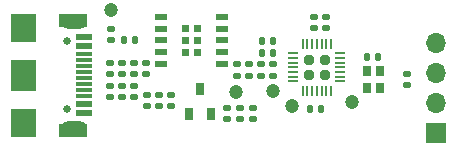
<source format=gbr>
%TF.GenerationSoftware,KiCad,Pcbnew,(7.0.0)*%
%TF.CreationDate,2023-09-28T18:00:51+08:00*%
%TF.ProjectId,PD_Fan,50445f46-616e-42e6-9b69-6361645f7063,rev?*%
%TF.SameCoordinates,Original*%
%TF.FileFunction,Soldermask,Top*%
%TF.FilePolarity,Negative*%
%FSLAX46Y46*%
G04 Gerber Fmt 4.6, Leading zero omitted, Abs format (unit mm)*
G04 Created by KiCad (PCBNEW (7.0.0)) date 2023-09-28 18:00:51*
%MOMM*%
%LPD*%
G01*
G04 APERTURE LIST*
G04 Aperture macros list*
%AMRoundRect*
0 Rectangle with rounded corners*
0 $1 Rounding radius*
0 $2 $3 $4 $5 $6 $7 $8 $9 X,Y pos of 4 corners*
0 Add a 4 corners polygon primitive as box body*
4,1,4,$2,$3,$4,$5,$6,$7,$8,$9,$2,$3,0*
0 Add four circle primitives for the rounded corners*
1,1,$1+$1,$2,$3*
1,1,$1+$1,$4,$5*
1,1,$1+$1,$6,$7*
1,1,$1+$1,$8,$9*
0 Add four rect primitives between the rounded corners*
20,1,$1+$1,$2,$3,$4,$5,0*
20,1,$1+$1,$4,$5,$6,$7,0*
20,1,$1+$1,$6,$7,$8,$9,0*
20,1,$1+$1,$8,$9,$2,$3,0*%
G04 Aperture macros list end*
%ADD10C,0.100000*%
%ADD11RoundRect,0.147500X-0.147500X-0.172500X0.147500X-0.172500X0.147500X0.172500X-0.147500X0.172500X0*%
%ADD12O,1.600000X1.000000*%
%ADD13O,2.100000X1.000000*%
%ADD14R,1.450000X0.600000*%
%ADD15R,1.450000X0.300000*%
%ADD16C,0.650000*%
%ADD17RoundRect,0.147500X0.172500X-0.147500X0.172500X0.147500X-0.172500X0.147500X-0.172500X-0.147500X0*%
%ADD18R,0.800000X1.050000*%
%ADD19R,1.700000X1.700000*%
%ADD20O,1.700000X1.700000*%
%ADD21C,1.200000*%
%ADD22R,0.800000X0.900000*%
%ADD23RoundRect,0.147500X-0.172500X0.147500X-0.172500X-0.147500X0.172500X-0.147500X0.172500X0.147500X0*%
%ADD24R,1.100000X0.510000*%
%ADD25RoundRect,0.147500X0.147500X0.172500X-0.147500X0.172500X-0.147500X-0.172500X0.147500X-0.172500X0*%
%ADD26RoundRect,0.190400X-0.209600X-0.209600X0.209600X-0.209600X0.209600X0.209600X-0.209600X0.209600X0*%
%ADD27RoundRect,0.050000X-0.350000X-0.050000X0.350000X-0.050000X0.350000X0.050000X-0.350000X0.050000X0*%
%ADD28RoundRect,0.050000X-0.050000X-0.350000X0.050000X-0.350000X0.050000X0.350000X-0.050000X0.350000X0*%
G04 APERTURE END LIST*
%TO.C,J2*%
G36*
X2795000Y3386000D02*
G01*
X763000Y3386000D01*
X763000Y5672000D01*
X2795000Y5672000D01*
X2795000Y3386000D01*
G37*
D10*
X2795000Y3386000D02*
X763000Y3386000D01*
X763000Y5672000D01*
X2795000Y5672000D01*
X2795000Y3386000D01*
G36*
X7113000Y3386000D02*
G01*
X4827000Y3386000D01*
X4827000Y4402000D01*
X7113000Y4402000D01*
X7113000Y3386000D01*
G37*
X7113000Y3386000D02*
X4827000Y3386000D01*
X4827000Y4402000D01*
X7113000Y4402000D01*
X7113000Y3386000D01*
G36*
X2795000Y7246000D02*
G01*
X763000Y7246000D01*
X763000Y9786000D01*
X2795000Y9786000D01*
X2795000Y7246000D01*
G37*
X2795000Y7246000D02*
X763000Y7246000D01*
X763000Y9786000D01*
X2795000Y9786000D01*
X2795000Y7246000D01*
G36*
X2795000Y11360000D02*
G01*
X763000Y11360000D01*
X763000Y13646000D01*
X2795000Y13646000D01*
X2795000Y11360000D01*
G37*
X2795000Y11360000D02*
X763000Y11360000D01*
X763000Y13646000D01*
X2795000Y13646000D01*
X2795000Y11360000D01*
G36*
X7113000Y12630000D02*
G01*
X4827000Y12630000D01*
X4827000Y13646000D01*
X7113000Y13646000D01*
X7113000Y12630000D01*
G37*
X7113000Y12630000D02*
X4827000Y12630000D01*
X4827000Y13646000D01*
X7113000Y13646000D01*
X7113000Y12630000D01*
%TO.C,U2*%
G36*
X16764000Y10177000D02*
G01*
X16256000Y10177000D01*
X16256000Y10685000D01*
X16764000Y10685000D01*
X16764000Y10177000D01*
G37*
X16764000Y10177000D02*
X16256000Y10177000D01*
X16256000Y10685000D01*
X16764000Y10685000D01*
X16764000Y10177000D01*
G36*
X16764000Y11193000D02*
G01*
X16256000Y11193000D01*
X16256000Y11701000D01*
X16764000Y11701000D01*
X16764000Y11193000D01*
G37*
X16764000Y11193000D02*
X16256000Y11193000D01*
X16256000Y11701000D01*
X16764000Y11701000D01*
X16764000Y11193000D01*
G36*
X16764000Y12209000D02*
G01*
X16256000Y12209000D01*
X16256000Y12717000D01*
X16764000Y12717000D01*
X16764000Y12209000D01*
G37*
X16764000Y12209000D02*
X16256000Y12209000D01*
X16256000Y12717000D01*
X16764000Y12717000D01*
X16764000Y12209000D01*
G36*
X15748000Y10177000D02*
G01*
X15240000Y10177000D01*
X15240000Y10685000D01*
X15748000Y10685000D01*
X15748000Y10177000D01*
G37*
X15748000Y10177000D02*
X15240000Y10177000D01*
X15240000Y10685000D01*
X15748000Y10685000D01*
X15748000Y10177000D01*
G36*
X15748000Y11193000D02*
G01*
X15240000Y11193000D01*
X15240000Y11701000D01*
X15748000Y11701000D01*
X15748000Y11193000D01*
G37*
X15748000Y11193000D02*
X15240000Y11193000D01*
X15240000Y11701000D01*
X15748000Y11701000D01*
X15748000Y11193000D01*
G36*
X15748000Y12209000D02*
G01*
X15240000Y12209000D01*
X15240000Y12717000D01*
X15748000Y12717000D01*
X15748000Y12209000D01*
G37*
X15748000Y12209000D02*
X15240000Y12209000D01*
X15240000Y12717000D01*
X15748000Y12717000D01*
X15748000Y12209000D01*
%TD*%
D11*
%TO.C,C13*%
X21943000Y10343000D03*
X22913000Y10343000D03*
%TD*%
D12*
%TO.C,J2*%
X1838999Y4151999D03*
D13*
X6018999Y4151999D03*
D12*
X1838999Y12891999D03*
D13*
X6018999Y12891999D03*
D14*
X6933999Y11771999D03*
X6933999Y10971999D03*
D15*
X6933999Y10271999D03*
X6933999Y9271999D03*
X6933999Y7771999D03*
X6933999Y6771999D03*
D14*
X6933999Y6071999D03*
X6933999Y5271999D03*
X6933999Y5271999D03*
X6933999Y6071999D03*
D15*
X6933999Y7271999D03*
X6933999Y8271999D03*
X6933999Y8771999D03*
X6933999Y9771999D03*
D14*
X6933999Y10971999D03*
X6933999Y11771999D03*
D16*
X5489000Y5632000D03*
X5489000Y11412000D03*
%TD*%
D17*
%TO.C,C3*%
X14300000Y5898000D03*
X14300000Y6868000D03*
%TD*%
D18*
%TO.C,U1*%
X16712999Y7330999D03*
X17662999Y5180999D03*
X15762999Y5180999D03*
%TD*%
D17*
%TO.C,C15*%
X34290000Y7659000D03*
X34290000Y8629000D03*
%TD*%
D19*
%TO.C,J1*%
X36691199Y3571999D03*
D20*
X36691199Y6111999D03*
X36691199Y8651999D03*
X36691199Y11191999D03*
%TD*%
D17*
%TO.C,C8*%
X21219000Y4780300D03*
X21219000Y5750300D03*
%TD*%
%TO.C,R1*%
X12268000Y5898000D03*
X12268000Y6868000D03*
%TD*%
%TO.C,C5*%
X11176000Y8565000D03*
X11176000Y9535000D03*
%TD*%
%TO.C,R2*%
X26416000Y13455000D03*
X26416000Y12485000D03*
%TD*%
%TO.C,R5*%
X9144000Y8565000D03*
X9144000Y9535000D03*
%TD*%
%TO.C,C9*%
X19888000Y8461000D03*
X19888000Y9431000D03*
%TD*%
D21*
%TO.C,TP4*%
X24511000Y5858000D03*
%TD*%
D17*
%TO.C,C6*%
X19034600Y4777900D03*
X19034600Y5747900D03*
%TD*%
%TO.C,D2*%
X10160000Y8565000D03*
X10160000Y9535000D03*
%TD*%
%TO.C,R9*%
X20904000Y8461000D03*
X20904000Y9431000D03*
%TD*%
%TO.C,R3*%
X13284000Y5898000D03*
X13284000Y6868000D03*
%TD*%
D22*
%TO.C,Y1*%
X31994999Y7460999D03*
X31994999Y8860999D03*
X30894999Y8860999D03*
X30894999Y7460999D03*
%TD*%
D17*
%TO.C,D1*%
X10160000Y6643000D03*
X10160000Y7613000D03*
%TD*%
D21*
%TO.C,TP3*%
X22936000Y7128000D03*
%TD*%
D23*
%TO.C,C12*%
X22936000Y9431000D03*
X22936000Y8461000D03*
%TD*%
D11*
%TO.C,R6*%
X26030000Y5604000D03*
X27000000Y5604000D03*
%TD*%
D21*
%TO.C,TP5*%
X29591000Y6239000D03*
%TD*%
D17*
%TO.C,C4*%
X11176000Y6660000D03*
X11176000Y7630000D03*
%TD*%
D24*
%TO.C,U2*%
X18551999Y9446999D03*
X18551999Y10446999D03*
X18551999Y11446999D03*
X18551999Y12446999D03*
X18551999Y13446999D03*
X13451999Y13446999D03*
X13451999Y12446999D03*
X13451999Y11446999D03*
X13451999Y10446999D03*
X13451999Y9446999D03*
%TD*%
D17*
%TO.C,R8*%
X12192000Y8565000D03*
X12192000Y9535000D03*
%TD*%
%TO.C,C7*%
X20126800Y4780300D03*
X20126800Y5750300D03*
%TD*%
D25*
%TO.C,C11*%
X31803000Y10066000D03*
X30833000Y10066000D03*
%TD*%
D23*
%TO.C,R4*%
X9144000Y7613000D03*
X9144000Y6643000D03*
%TD*%
D21*
%TO.C,TP2*%
X9220000Y13986000D03*
%TD*%
D23*
%TO.C,C10*%
X21920000Y9431000D03*
X21920000Y8461000D03*
%TD*%
D21*
%TO.C,TP1*%
X19796600Y7075900D03*
%TD*%
D25*
%TO.C,R7*%
X11229000Y11463000D03*
X10259000Y11463000D03*
%TD*%
D11*
%TO.C,C14*%
X21943000Y11359000D03*
X22913000Y11359000D03*
%TD*%
D23*
%TO.C,C2*%
X27432000Y12485000D03*
X27432000Y13455000D03*
%TD*%
%TO.C,C1*%
X9220000Y12433000D03*
X9220000Y11463000D03*
%TD*%
D26*
%TO.C,U3*%
X25969000Y9827000D03*
X25969000Y8527000D03*
X27269000Y9827000D03*
X27269000Y8527000D03*
D27*
X24619000Y10377000D03*
X24619000Y9977000D03*
X24619000Y9577000D03*
X24619000Y9177000D03*
X24619000Y8777000D03*
X24619000Y8377000D03*
X24619000Y7977000D03*
D28*
X25419000Y7177000D03*
X25819000Y7177000D03*
X26219000Y7177000D03*
X26619000Y7177000D03*
X27019000Y7177000D03*
X27419000Y7177000D03*
X27819000Y7177000D03*
D27*
X28619000Y7977000D03*
X28619000Y8377000D03*
X28619000Y8777000D03*
X28619000Y9177000D03*
X28619000Y9577000D03*
X28619000Y9977000D03*
X28619000Y10377000D03*
D28*
X27819000Y11177000D03*
X27419000Y11177000D03*
X27019000Y11177000D03*
X26619000Y11177000D03*
X26219000Y11177000D03*
X25819000Y11177000D03*
X25419000Y11177000D03*
%TD*%
M02*

</source>
